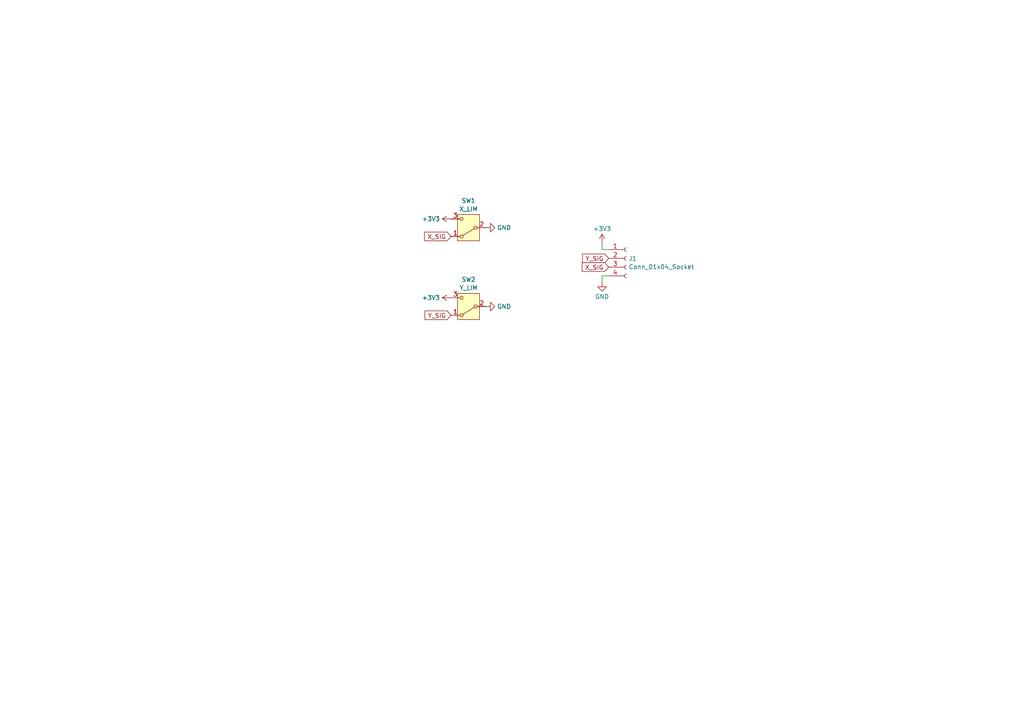
<source format=kicad_sch>
(kicad_sch (version 20230121) (generator eeschema)
  (paper "A4")
  (lib_symbols
    (symbol "Connector:Conn_01x04_Socket" (pin_names (offset 1.016) hide)
      (property "Reference" "J" (at 0 5.08 0))
      (property "Value" "Conn_01x04_Socket" (at 0 -7.62 0))
      (symbol "Conn_01x04_Socket_1_1"
        (arc (start 0 -4.572) (mid -0.5058 -5.08) (end 0 -5.588) (stroke (width 0.1524)))
        (arc (start 0 -2.032) (mid -0.5058 -2.54) (end 0 -3.048) (stroke (width 0.1524)))
        (polyline (pts (xy -1.27 -5.08) (xy -0.508 -5.08)) (stroke (width 0.1524)))
        (polyline (pts (xy -1.27 -2.54) (xy -0.508 -2.54)) (stroke (width 0.1524)))
        (polyline (pts (xy -1.27 0) (xy -0.508 0)) (stroke (width 0.1524)))
        (polyline (pts (xy -1.27 2.54) (xy -0.508 2.54)) (stroke (width 0.1524)))
        (arc (start 0 0.508) (mid -0.5058 0) (end 0 -0.508) (stroke (width 0.1524)))
        (arc (start 0 3.048) (mid -0.5058 2.54) (end 0 2.032) (stroke (width 0.1524)))
        (pin passive line (at -5.08 2.54 0) (length 3.81) (name "Pin_1") (number "1"))
        (pin passive line (at -5.08 0 0) (length 3.81) (name "Pin_2") (number "2"))
        (pin passive line (at -5.08 -2.54 0) (length 3.81) (name "Pin_3") (number "3"))
        (pin passive line (at -5.08 -5.08 0) (length 3.81) (name "Pin_4") (number "4"))
      )
    )
    (symbol "Switch:SW_SPDT" (pin_names (offset 0) hide)
      (property "Reference" "SW" (at 0 5.08 0))
      (property "Value" "SW_SPDT" (at 0 -5.08 0))
      (symbol "SW_SPDT_0_1"
        (circle (center -2.032 0) (radius 0.4572))
        (polyline (pts (xy -1.651 0.254) (xy 1.651 2.286)))
        (circle (center 2.032 -2.54) (radius 0.4572))
        (circle (center 2.032 2.54) (radius 0.4572))
      )
      (symbol "SW_SPDT_1_1"
        (rectangle (start -3.175 3.81) (end 3.175 -3.81) (fill (type background)))
        (pin passive line (at 5.08 2.54 180) (length 2.54) (name "A") (number "1"))
        (pin passive line (at -5.08 0 0) (length 2.54) (name "B") (number "2"))
        (pin passive line (at 5.08 -2.54 180) (length 2.54) (name "C") (number "3"))
      )
    )
    (symbol "power:+3V3" (power) (pin_names (offset 0))
      (property "Value" "+3V3" (at 0 3.556 0))
      (symbol "+3V3_0_1"
        (polyline (pts (xy -0.762 1.27) (xy 0 2.54)))
        (polyline (pts (xy 0 0) (xy 0 2.54)))
        (polyline (pts (xy 0 2.54) (xy 0.762 1.27)))
      )
      (symbol "+3V3_1_1"
        (pin power_in line (at 0 0 90) (length 0) hide (name "+3V3") (number "1"))
      )
    )
    (symbol "power:GND" (power) (pin_names (offset 0))
      (property "Value" "GND" (at 0 -3.81 0))
      (symbol "GND_0_1"
        (polyline (pts (xy 0 0) (xy 0 -1.27) (xy 1.27 -1.27) (xy 0 -2.54) (xy -1.27 -1.27) (xy 0 -1.27)))
      )
      (symbol "GND_1_1"
        (pin power_in line (at 0 0 270) (length 0) hide (name "GND") (number "1"))
      )
    )
  )
  (wire (pts (xy 174.625 80.01) (xy 174.625 81.915)))
  (wire (pts (xy 174.625 72.39) (xy 174.625 70.485)))
  (wire (pts (xy 176.53 72.39) (xy 174.625 72.39)))
  (wire (pts (xy 176.53 80.01) (xy 174.625 80.01)))
  (global_label "X_SIG" (shape input) (at 130.81 68.58 180) (property "Intersheetrefs" "${INTERSHEET_REFS}" (effects hide)))
  (global_label "Y_SIG" (shape input) (at 130.81 91.44 180) (property "Intersheetrefs" "${INTERSHEET_REFS}" (effects hide)))
  (global_label "Y_SIG" (shape input) (at 176.53 74.93 180) (property "Intersheetrefs" "${INTERSHEET_REFS}" (effects hide)))
  (global_label "X_SIG" (shape input) (at 176.53 77.47 180) (property "Intersheetrefs" "${INTERSHEET_REFS}" (effects hide)))
  (symbol (lib_id "power:+3V3") (at 130.81 63.5 90) (unit 1)
    (property "Reference" "#PWR03" (effects hide))
    (property "Value" "+3V3" (at 127.635 63.5 90) (effects (justify left)))
  )
  (symbol (lib_id "power:GND") (at 174.625 81.915 0) (unit 1)
    (property "Reference" "#PWR01" (effects hide))
    (property "Value" "GND" (at 174.625 86.0481 0))
  )
  (symbol (lib_id "power:GND") (at 140.97 66.04 90) (unit 1)
    (property "Reference" "#PWR05" (effects hide))
    (property "Value" "GND" (at 144.145 66.04 90) (effects (justify right)))
  )
  (symbol (lib_id "Switch:SW_SPDT") (at 135.89 66.04 180) (unit 1)
    (property "Reference" "SW1" (at 135.89 58.2127 0))
    (property "Value" "X_LIM" (at 135.89 60.6369 0))
    (property "Footprint" "index:D2FS-FL-N-A" (effects hide))
  )
  (symbol (lib_id "Switch:SW_SPDT") (at 135.89 88.9 180) (unit 1)
    (property "Reference" "SW2" (at 135.89 81.0727 0))
    (property "Value" "Y_LIM" (at 135.89 83.4969 0))
    (property "Footprint" "index:D2FS-FL-N" (effects hide))
  )
  (symbol (lib_id "power:+3V3") (at 130.81 86.36 90) (unit 1)
    (property "Reference" "#PWR04" (effects hide))
    (property "Value" "+3V3" (at 127.635 86.36 90) (effects (justify left)))
  )
  (symbol (lib_id "Connector:Conn_01x04_Socket") (at 181.61 74.93 0) (unit 1)
    (property "Reference" "J1" (at 182.3212 74.9879 0) (effects (justify left)))
    (property "Value" "Conn_01x04_Socket" (at 182.3212 77.4121 0) (effects (justify left)))
    (property "Footprint" "Connector_JST:JST_PH_B4B-PH-SM4-TB_1x04-1MP_P2.00mm_Vertical" (effects hide))
  )
  (symbol (lib_id "power:+3V3") (at 174.625 70.485 0) (unit 1)
    (property "Reference" "#PWR02" (effects hide))
    (property "Value" "+3V3" (at 174.625 66.3519 0))
  )
  (symbol (lib_id "power:GND") (at 140.97 88.9 90) (unit 1)
    (property "Reference" "#PWR06" (effects hide))
    (property "Value" "GND" (at 144.145 88.9 90) (effects (justify right)))
  )
)
</source>
